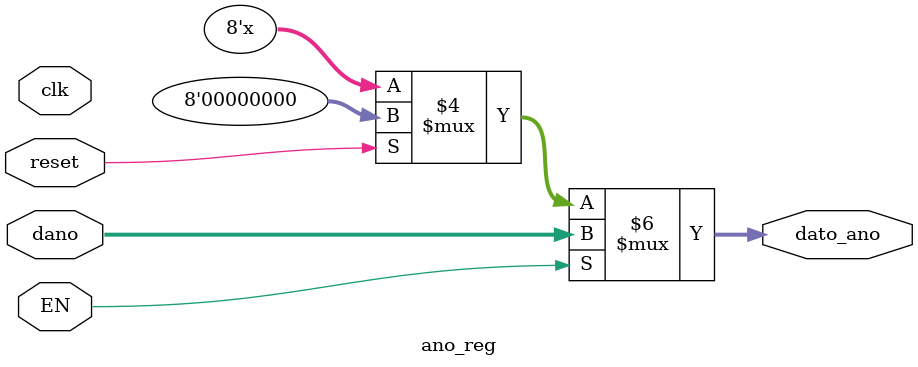
<source format=v>
`timescale 1ns / 1ps
module ano_reg(
input wire clk,reset,
input wire [7:0] dano,
input wire EN,
output reg [7:0]dato_ano
    );
initial begin 

dato_ano=8'b0;

end
always@* begin     //posiblemente tengamos que cambiar a @*
if (reset)
dato_ano<=0;
if(EN==1)
dato_ano<=dano;
end
endmodule
 
</source>
